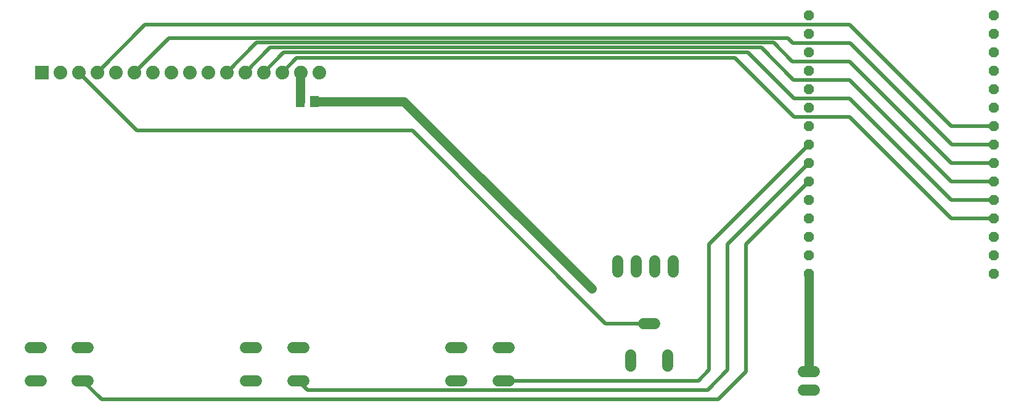
<source format=gbr>
G04 EAGLE Gerber RS-274X export*
G75*
%MOMM*%
%FSLAX34Y34*%
%LPD*%
%INBottom Copper*%
%IPPOS*%
%AMOC8*
5,1,8,0,0,1.08239X$1,22.5*%
G01*
%ADD10C,1.524000*%
%ADD11R,1.879600X1.879600*%
%ADD12C,1.879600*%
%ADD13R,1.300000X1.500000*%
%ADD14P,1.539592X8X22.500000*%
%ADD15C,1.270000*%
%ADD16C,0.525000*%
%ADD17C,0.508000*%


D10*
X1170940Y53340D02*
X1186180Y53340D01*
X1186180Y27940D02*
X1170940Y27940D01*
D11*
X124500Y464880D03*
D12*
X149900Y464880D03*
X175300Y464880D03*
X200700Y464880D03*
X226100Y464880D03*
X251500Y464880D03*
X276900Y464880D03*
X302300Y464880D03*
X327700Y464880D03*
X353100Y464880D03*
X378500Y464880D03*
X403900Y464880D03*
X429300Y464880D03*
X454700Y464880D03*
X480100Y464880D03*
X505500Y464880D03*
D13*
X498958Y425450D03*
X479958Y425450D03*
D10*
X991870Y205740D02*
X991870Y190500D01*
X966470Y190500D02*
X966470Y205740D01*
X941070Y205740D02*
X941070Y190500D01*
X915670Y190500D02*
X915670Y205740D01*
D14*
X1432560Y187960D03*
X1432560Y264160D03*
X1432560Y289560D03*
X1432560Y365760D03*
X1178560Y264160D03*
X1178560Y238760D03*
X1178560Y289560D03*
X1432560Y238760D03*
X1432560Y391160D03*
X1432560Y416560D03*
X1432560Y441960D03*
X1432560Y518160D03*
X1432560Y543560D03*
X1178560Y365760D03*
X1178560Y340360D03*
X1178560Y314960D03*
X1178560Y416560D03*
X1178560Y391160D03*
X1178560Y467360D03*
X1178560Y441960D03*
X1178560Y543560D03*
X1178560Y213360D03*
X1432560Y213360D03*
X1432560Y467360D03*
X1432560Y314960D03*
X1432560Y492760D03*
X1432560Y340360D03*
X1178560Y187960D03*
X1178560Y492760D03*
X1178560Y518160D03*
D10*
X484632Y40894D02*
X469392Y40894D01*
X419608Y40894D02*
X404368Y40894D01*
X469392Y86106D02*
X484632Y86106D01*
X419608Y86106D02*
X404368Y86106D01*
X188722Y40894D02*
X173482Y40894D01*
X123698Y40894D02*
X108458Y40894D01*
X173482Y86106D02*
X188722Y86106D01*
X123698Y86106D02*
X108458Y86106D01*
X751332Y40894D02*
X766572Y40894D01*
X701548Y40894D02*
X686308Y40894D01*
X751332Y86106D02*
X766572Y86106D01*
X701548Y86106D02*
X686308Y86106D01*
X933450Y76200D02*
X933450Y60960D01*
X984250Y60960D02*
X984250Y76200D01*
X966470Y119380D02*
X951230Y119380D01*
D15*
X479958Y425450D02*
X479958Y464738D01*
X480100Y464880D01*
D16*
X880110Y167640D03*
D15*
X622300Y425450D01*
X498958Y425450D01*
X1178560Y187960D02*
X1178560Y53340D01*
D17*
X1374140Y289560D02*
X1432560Y289560D01*
X1374140Y289560D02*
X1234440Y429260D01*
X1158240Y429260D02*
X1094740Y492760D01*
X1158240Y429260D02*
X1234440Y429260D01*
X457180Y492760D02*
X429300Y464880D01*
X457180Y492760D02*
X1094740Y492760D01*
X1374140Y314960D02*
X1432560Y314960D01*
X1157351Y454660D02*
X1112647Y499364D01*
X1234440Y454660D02*
X1374140Y314960D01*
X1234440Y454660D02*
X1157351Y454660D01*
X1112647Y499364D02*
X438384Y499364D01*
X403900Y464880D01*
X1374140Y340360D02*
X1432560Y340360D01*
X1374140Y340360D02*
X1234440Y480060D01*
X1155700Y480060D01*
X1129792Y505968D01*
X419588Y505968D01*
X378500Y464880D01*
X1234758Y505778D02*
X1374775Y365760D01*
X1432560Y365760D01*
X1234758Y505778D02*
X1156018Y505778D01*
X1149223Y512572D02*
X299192Y512572D01*
X1149223Y512572D02*
X1156018Y505778D01*
X299192Y512572D02*
X251500Y464880D01*
X1373759Y391160D02*
X1432560Y391160D01*
X1373759Y391160D02*
X1234059Y530860D01*
X266680Y530860D02*
X200700Y464880D01*
X266680Y530860D02*
X1234059Y530860D01*
X1178560Y365760D02*
X1041400Y228600D01*
X1041400Y55880D01*
X1026414Y40894D01*
X758952Y40894D01*
X489966Y27940D02*
X1038987Y27940D01*
X1066800Y228600D02*
X1178560Y340360D01*
X1066800Y228600D02*
X1066800Y55753D01*
X1038987Y27940D01*
X489966Y27940D02*
X477012Y40894D01*
X1054100Y15240D02*
X1092200Y53340D01*
X1092200Y228600D02*
X1178560Y314960D01*
X1092200Y228600D02*
X1092200Y53340D01*
X206756Y15240D02*
X181102Y40894D01*
X206756Y15240D02*
X1054100Y15240D01*
X958850Y119380D02*
X899160Y119380D01*
X633476Y385064D01*
X255116Y385064D01*
X175300Y464880D01*
X1374140Y264160D02*
X1432560Y264160D01*
X1374140Y264160D02*
X1234440Y403860D01*
X1158240Y403860D02*
X1076960Y485140D01*
X1158240Y403860D02*
X1234440Y403860D01*
X1076960Y485140D02*
X474960Y485140D01*
X454700Y464880D01*
M02*

</source>
